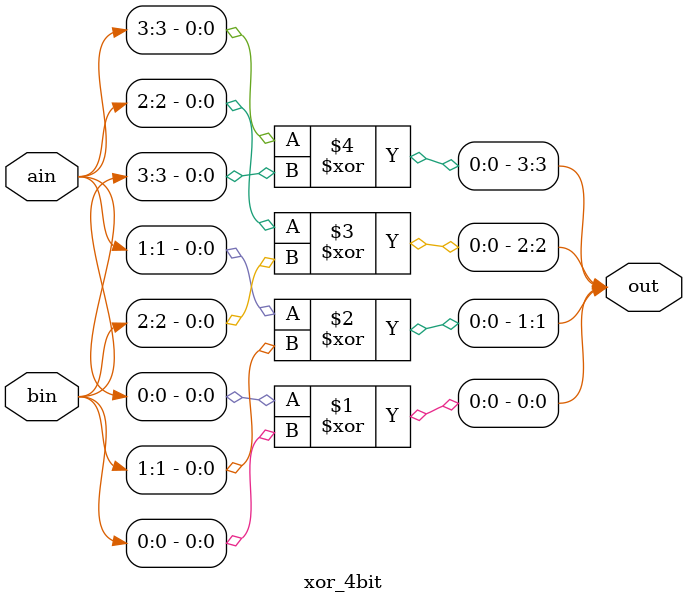
<source format=v>
module xor_4bit (
	output [3:0] out,
	input [3:0] ain,
	input [3:0] bin
);

	xor (out[0], ain[0], bin[0]);
	xor (out[1], ain[1], bin[1]);
	xor (out[2], ain[2], bin[2]);
	xor (out[3], ain[3], bin[3]);

endmodule
</source>
